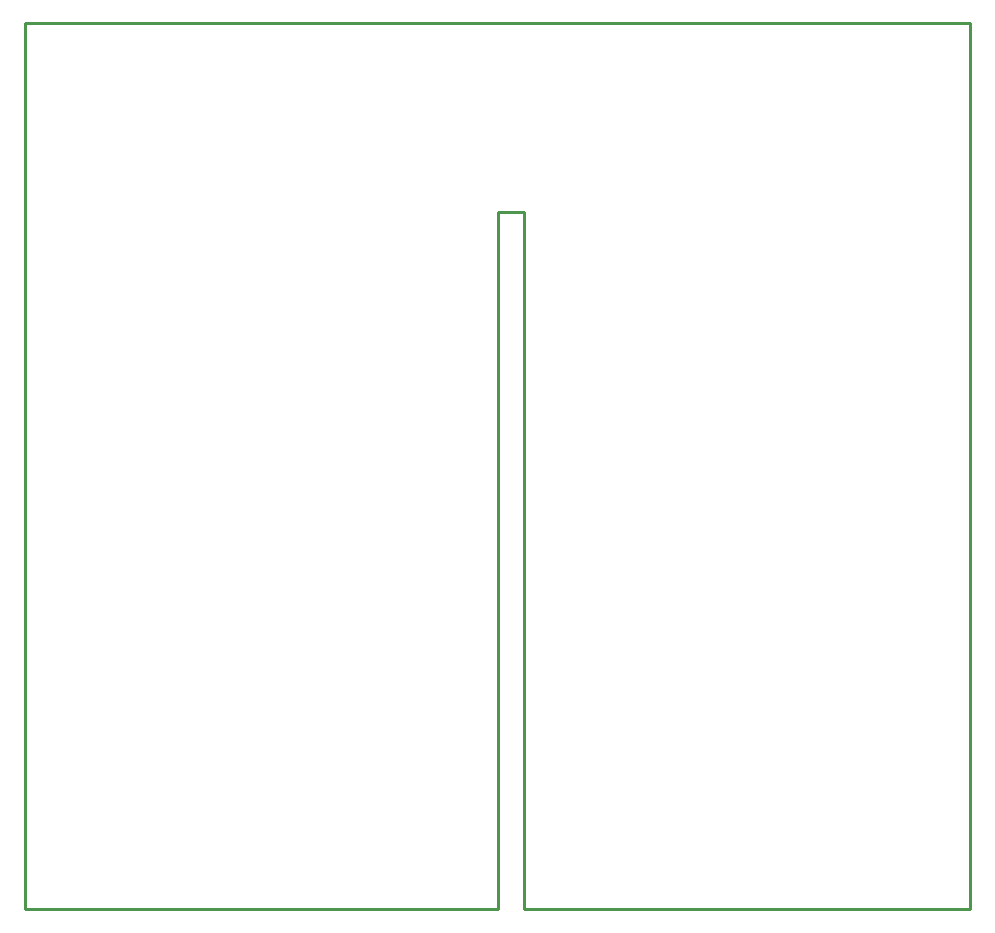
<source format=gko>
G04 Layer_Color=16711935*
%FSLAX25Y25*%
%MOIN*%
G70*
G01*
G75*
%ADD45C,0.01000*%
D45*
X688976Y196850D02*
Y492126D01*
X540354Y196850D02*
X688976D01*
X540354D02*
Y429134D01*
X531496Y196850D02*
Y429134D01*
X374016Y196850D02*
X531496D01*
X374016D02*
Y492126D01*
X688976D01*
X531496Y429134D02*
X540354D01*
M02*

</source>
